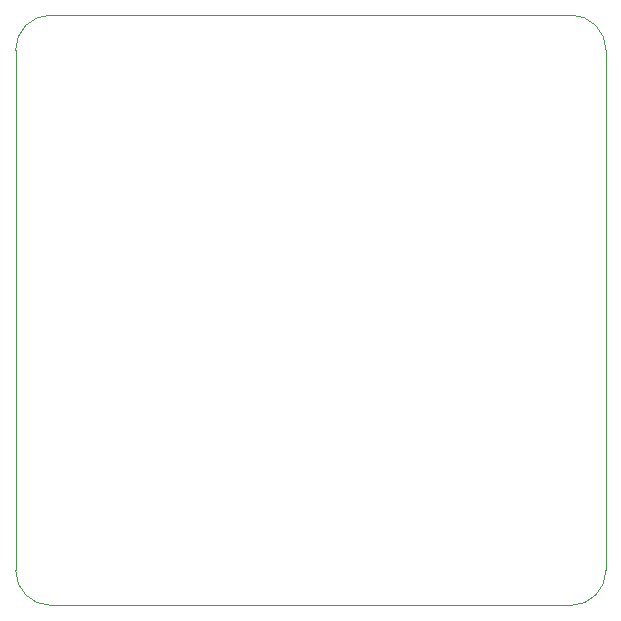
<source format=gbr>
G04 #@! TF.GenerationSoftware,KiCad,Pcbnew,5.1.6-c6e7f7d~87~ubuntu18.04.1*
G04 #@! TF.CreationDate,2020-08-09T22:43:26+01:00*
G04 #@! TF.ProjectId,simpleboard,73696d70-6c65-4626-9f61-72642e6b6963,rev?*
G04 #@! TF.SameCoordinates,Original*
G04 #@! TF.FileFunction,Profile,NP*
%FSLAX46Y46*%
G04 Gerber Fmt 4.6, Leading zero omitted, Abs format (unit mm)*
G04 Created by KiCad (PCBNEW 5.1.6-c6e7f7d~87~ubuntu18.04.1) date 2020-08-09 22:43:26*
%MOMM*%
%LPD*%
G01*
G04 APERTURE LIST*
G04 #@! TA.AperFunction,Profile*
%ADD10C,0.120000*%
G04 #@! TD*
G04 APERTURE END LIST*
D10*
X197000000Y-50000000D02*
G75*
G02*
X200000000Y-53000000I0J-3000000D01*
G01*
X200000000Y-97000000D02*
G75*
G02*
X197000000Y-100000000I-3000000J0D01*
G01*
X153000000Y-100000000D02*
G75*
G02*
X150000000Y-97000000I0J3000000D01*
G01*
X150000000Y-53000000D02*
G75*
G02*
X153000000Y-50000000I3000000J0D01*
G01*
X197000000Y-50000000D02*
X153000000Y-50000000D01*
X200000000Y-53000000D02*
X200000000Y-97000000D01*
X153000000Y-100000000D02*
X197000000Y-100000000D01*
X150000000Y-53000000D02*
X150000000Y-97000000D01*
M02*

</source>
